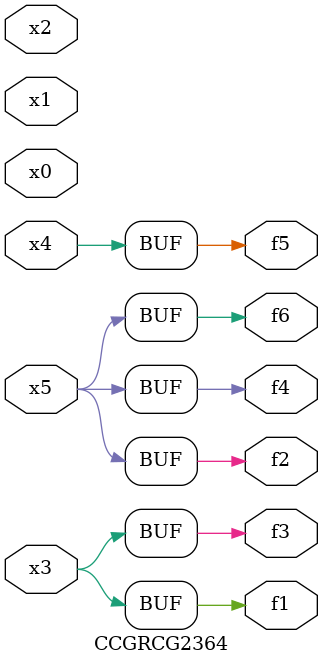
<source format=v>
module CCGRCG2364(
	input x0, x1, x2, x3, x4, x5,
	output f1, f2, f3, f4, f5, f6
);
	assign f1 = x3;
	assign f2 = x5;
	assign f3 = x3;
	assign f4 = x5;
	assign f5 = x4;
	assign f6 = x5;
endmodule

</source>
